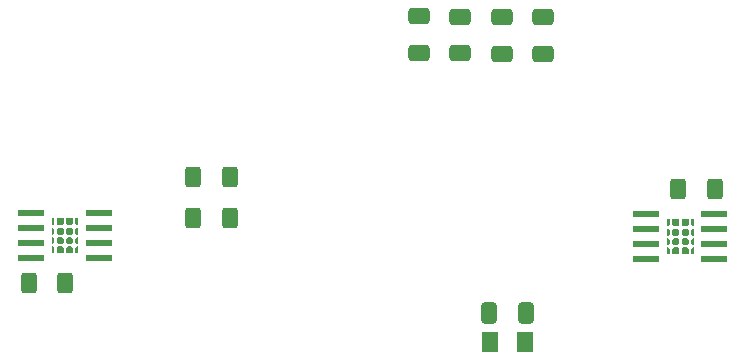
<source format=gtp>
G04 #@! TF.GenerationSoftware,KiCad,Pcbnew,8.0.4*
G04 #@! TF.CreationDate,2025-03-28T18:04:35-04:00*
G04 #@! TF.ProjectId,ballsi,62616c6c-7369-42e6-9b69-6361645f7063,rev?*
G04 #@! TF.SameCoordinates,Original*
G04 #@! TF.FileFunction,Paste,Top*
G04 #@! TF.FilePolarity,Positive*
%FSLAX46Y46*%
G04 Gerber Fmt 4.6, Leading zero omitted, Abs format (unit mm)*
G04 Created by KiCad (PCBNEW 8.0.4) date 2025-03-28 18:04:35*
%MOMM*%
%LPD*%
G01*
G04 APERTURE LIST*
G04 Aperture macros list*
%AMRoundRect*
0 Rectangle with rounded corners*
0 $1 Rounding radius*
0 $2 $3 $4 $5 $6 $7 $8 $9 X,Y pos of 4 corners*
0 Add a 4 corners polygon primitive as box body*
4,1,4,$2,$3,$4,$5,$6,$7,$8,$9,$2,$3,0*
0 Add four circle primitives for the rounded corners*
1,1,$1+$1,$2,$3*
1,1,$1+$1,$4,$5*
1,1,$1+$1,$6,$7*
1,1,$1+$1,$8,$9*
0 Add four rect primitives between the rounded corners*
20,1,$1+$1,$2,$3,$4,$5,0*
20,1,$1+$1,$4,$5,$6,$7,0*
20,1,$1+$1,$6,$7,$8,$9,0*
20,1,$1+$1,$8,$9,$2,$3,0*%
G04 Aperture macros list end*
%ADD10C,0.000000*%
%ADD11R,2.209800X0.508000*%
%ADD12RoundRect,0.250000X-0.400000X-0.625000X0.400000X-0.625000X0.400000X0.625000X-0.400000X0.625000X0*%
%ADD13RoundRect,0.250000X0.400000X0.625000X-0.400000X0.625000X-0.400000X-0.625000X0.400000X-0.625000X0*%
%ADD14RoundRect,0.250001X-0.462499X-0.624999X0.462499X-0.624999X0.462499X0.624999X-0.462499X0.624999X0*%
%ADD15RoundRect,0.250000X0.650000X-0.412500X0.650000X0.412500X-0.650000X0.412500X-0.650000X-0.412500X0*%
%ADD16RoundRect,0.250000X-0.412500X-0.650000X0.412500X-0.650000X0.412500X0.650000X-0.412500X0.650000X0*%
G04 APERTURE END LIST*
D10*
G36*
X168612600Y-70971179D02*
G01*
X168471179Y-71112600D01*
X168381130Y-71112600D01*
X168381130Y-70525530D01*
X168612600Y-70525530D01*
X168612600Y-70971179D01*
G37*
G36*
X168612600Y-71454021D02*
G01*
X168612600Y-71758579D01*
X168471179Y-71900000D01*
X168381130Y-71900000D01*
X168381130Y-71312600D01*
X168471179Y-71312600D01*
X168612600Y-71454021D01*
G37*
G36*
X168612600Y-72241421D02*
G01*
X168612600Y-72545979D01*
X168471179Y-72687400D01*
X168381130Y-72687400D01*
X168381130Y-72100000D01*
X168471179Y-72100000D01*
X168612600Y-72241421D01*
G37*
G36*
X168612600Y-73028821D02*
G01*
X168612600Y-73474470D01*
X168381130Y-73474470D01*
X168381130Y-72887400D01*
X168471179Y-72887400D01*
X168612600Y-73028821D01*
G37*
G36*
X169400000Y-70971179D02*
G01*
X169258579Y-71112600D01*
X168954021Y-71112600D01*
X168812600Y-70971179D01*
X168812600Y-70525530D01*
X169400000Y-70525530D01*
X169400000Y-70971179D01*
G37*
G36*
X169400000Y-71454021D02*
G01*
X169400000Y-71758579D01*
X169258579Y-71900000D01*
X168954021Y-71900000D01*
X168812600Y-71758579D01*
X168812600Y-71454021D01*
X168954021Y-71312600D01*
X169258579Y-71312600D01*
X169400000Y-71454021D01*
G37*
G36*
X169400000Y-72241421D02*
G01*
X169400000Y-72545979D01*
X169258579Y-72687400D01*
X168954021Y-72687400D01*
X168812600Y-72545979D01*
X168812600Y-72241421D01*
X168954021Y-72100000D01*
X169258579Y-72100000D01*
X169400000Y-72241421D01*
G37*
G36*
X169400000Y-73028821D02*
G01*
X169400000Y-73474470D01*
X168812600Y-73474470D01*
X168812600Y-73028821D01*
X168954021Y-72887400D01*
X169258579Y-72887400D01*
X169400000Y-73028821D01*
G37*
G36*
X170187400Y-70971179D02*
G01*
X170045979Y-71112600D01*
X169741421Y-71112600D01*
X169600000Y-70971179D01*
X169600000Y-70525530D01*
X170187400Y-70525530D01*
X170187400Y-70971179D01*
G37*
G36*
X170187400Y-71454021D02*
G01*
X170187400Y-71758579D01*
X170045979Y-71900000D01*
X169741421Y-71900000D01*
X169600000Y-71758579D01*
X169600000Y-71454021D01*
X169741421Y-71312600D01*
X170045979Y-71312600D01*
X170187400Y-71454021D01*
G37*
G36*
X170187400Y-72241421D02*
G01*
X170187400Y-72545979D01*
X170045979Y-72687400D01*
X169741421Y-72687400D01*
X169600000Y-72545979D01*
X169600000Y-72241421D01*
X169741421Y-72100000D01*
X170045979Y-72100000D01*
X170187400Y-72241421D01*
G37*
G36*
X170187400Y-73028821D02*
G01*
X170187400Y-73474470D01*
X169600000Y-73474470D01*
X169600000Y-73028821D01*
X169741421Y-72887400D01*
X170045979Y-72887400D01*
X170187400Y-73028821D01*
G37*
G36*
X170618870Y-71112600D02*
G01*
X170528821Y-71112600D01*
X170387400Y-70971179D01*
X170387400Y-70525530D01*
X170618870Y-70525530D01*
X170618870Y-71112600D01*
G37*
G36*
X170618870Y-71900000D02*
G01*
X170528821Y-71900000D01*
X170387400Y-71758579D01*
X170387400Y-71454021D01*
X170528821Y-71312600D01*
X170618870Y-71312600D01*
X170618870Y-71900000D01*
G37*
G36*
X170618870Y-72687400D02*
G01*
X170528821Y-72687400D01*
X170387400Y-72545979D01*
X170387400Y-72241421D01*
X170528821Y-72100000D01*
X170618870Y-72100000D01*
X170618870Y-72687400D01*
G37*
G36*
X170618870Y-73474470D02*
G01*
X170387400Y-73474470D01*
X170387400Y-73028821D01*
X170528821Y-72887400D01*
X170618870Y-72887400D01*
X170618870Y-73474470D01*
G37*
G36*
X222743869Y-73569470D02*
G01*
X222512399Y-73569470D01*
X222512399Y-73123821D01*
X222653820Y-72982400D01*
X222743869Y-72982400D01*
X222743869Y-73569470D01*
G37*
G36*
X222743869Y-72782400D02*
G01*
X222653820Y-72782400D01*
X222512399Y-72640979D01*
X222512399Y-72336421D01*
X222653820Y-72195000D01*
X222743869Y-72195000D01*
X222743869Y-72782400D01*
G37*
G36*
X222743869Y-71995000D02*
G01*
X222653820Y-71995000D01*
X222512399Y-71853579D01*
X222512399Y-71549021D01*
X222653820Y-71407600D01*
X222743869Y-71407600D01*
X222743869Y-71995000D01*
G37*
G36*
X222743869Y-71207600D02*
G01*
X222653820Y-71207600D01*
X222512399Y-71066179D01*
X222512399Y-70620530D01*
X222743869Y-70620530D01*
X222743869Y-71207600D01*
G37*
G36*
X222312399Y-73123821D02*
G01*
X222312399Y-73569470D01*
X221724999Y-73569470D01*
X221724999Y-73123821D01*
X221866420Y-72982400D01*
X222170978Y-72982400D01*
X222312399Y-73123821D01*
G37*
G36*
X222312399Y-72336421D02*
G01*
X222312399Y-72640979D01*
X222170978Y-72782400D01*
X221866420Y-72782400D01*
X221724999Y-72640979D01*
X221724999Y-72336421D01*
X221866420Y-72195000D01*
X222170978Y-72195000D01*
X222312399Y-72336421D01*
G37*
G36*
X222312399Y-71549021D02*
G01*
X222312399Y-71853579D01*
X222170978Y-71995000D01*
X221866420Y-71995000D01*
X221724999Y-71853579D01*
X221724999Y-71549021D01*
X221866420Y-71407600D01*
X222170978Y-71407600D01*
X222312399Y-71549021D01*
G37*
G36*
X222312399Y-71066179D02*
G01*
X222170978Y-71207600D01*
X221866420Y-71207600D01*
X221724999Y-71066179D01*
X221724999Y-70620530D01*
X222312399Y-70620530D01*
X222312399Y-71066179D01*
G37*
G36*
X221524999Y-73123821D02*
G01*
X221524999Y-73569470D01*
X220937599Y-73569470D01*
X220937599Y-73123821D01*
X221079020Y-72982400D01*
X221383578Y-72982400D01*
X221524999Y-73123821D01*
G37*
G36*
X221524999Y-72336421D02*
G01*
X221524999Y-72640979D01*
X221383578Y-72782400D01*
X221079020Y-72782400D01*
X220937599Y-72640979D01*
X220937599Y-72336421D01*
X221079020Y-72195000D01*
X221383578Y-72195000D01*
X221524999Y-72336421D01*
G37*
G36*
X221524999Y-71549021D02*
G01*
X221524999Y-71853579D01*
X221383578Y-71995000D01*
X221079020Y-71995000D01*
X220937599Y-71853579D01*
X220937599Y-71549021D01*
X221079020Y-71407600D01*
X221383578Y-71407600D01*
X221524999Y-71549021D01*
G37*
G36*
X221524999Y-71066179D02*
G01*
X221383578Y-71207600D01*
X221079020Y-71207600D01*
X220937599Y-71066179D01*
X220937599Y-70620530D01*
X221524999Y-70620530D01*
X221524999Y-71066179D01*
G37*
G36*
X220737599Y-73123821D02*
G01*
X220737599Y-73569470D01*
X220506129Y-73569470D01*
X220506129Y-72982400D01*
X220596178Y-72982400D01*
X220737599Y-73123821D01*
G37*
G36*
X220737599Y-72336421D02*
G01*
X220737599Y-72640979D01*
X220596178Y-72782400D01*
X220506129Y-72782400D01*
X220506129Y-72195000D01*
X220596178Y-72195000D01*
X220737599Y-72336421D01*
G37*
G36*
X220737599Y-71549021D02*
G01*
X220737599Y-71853579D01*
X220596178Y-71995000D01*
X220506129Y-71995000D01*
X220506129Y-71407600D01*
X220596178Y-71407600D01*
X220737599Y-71549021D01*
G37*
G36*
X220737599Y-71066179D02*
G01*
X220596178Y-71207600D01*
X220506129Y-71207600D01*
X220506129Y-70620530D01*
X220737599Y-70620530D01*
X220737599Y-71066179D01*
G37*
D11*
X166624999Y-70095000D03*
X166624999Y-71365000D03*
X166624999Y-72635000D03*
X166624999Y-73905000D03*
X172375001Y-73905000D03*
X172375001Y-72635000D03*
X172375001Y-71365000D03*
X172375001Y-70095000D03*
X224500000Y-74000000D03*
X224500000Y-72730000D03*
X224500000Y-71460000D03*
X224500000Y-70190000D03*
X218749998Y-70190000D03*
X218749998Y-71460000D03*
X218749998Y-72730000D03*
X218749998Y-74000000D03*
D12*
X180400000Y-67000000D03*
X183500000Y-67000000D03*
X180400000Y-70500000D03*
X183500000Y-70500000D03*
X166450000Y-76000000D03*
X169550000Y-76000000D03*
D13*
X224550000Y-68000000D03*
X221450000Y-68000000D03*
D14*
X205500000Y-81000000D03*
X208475000Y-81000000D03*
D15*
X199500000Y-56500000D03*
X199500000Y-53375000D03*
X203000000Y-56562500D03*
X203000000Y-53437500D03*
X206500000Y-56625000D03*
X206500000Y-53500000D03*
X210000000Y-56625000D03*
X210000000Y-53500000D03*
D16*
X205437500Y-78500000D03*
X208562500Y-78500000D03*
M02*

</source>
